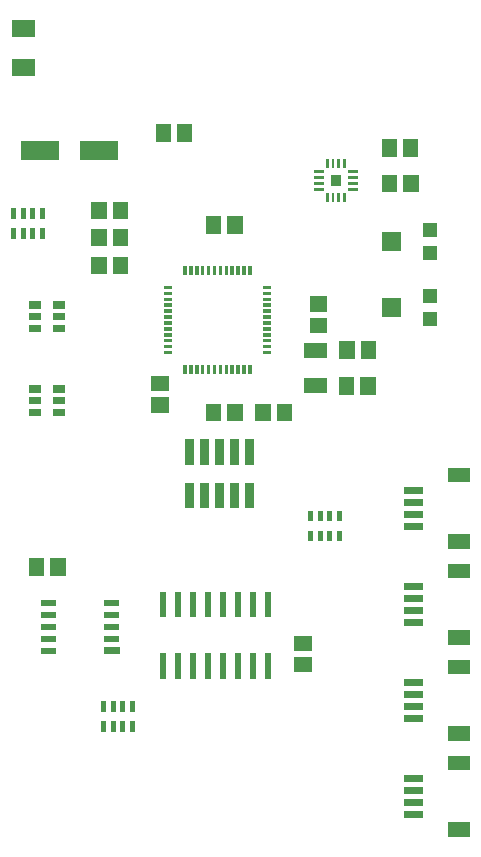
<source format=gbr>
G04 start of page 10 for group -4015 idx -4015 *
G04 Title: (unknown), toppaste *
G04 Creator: pcb 4.0.2 *
G04 CreationDate: Wed Jul  1 19:07:19 2020 UTC *
G04 For: ndholmes *
G04 Format: Gerber/RS-274X *
G04 PCB-Dimensions (mil): 2000.00 3200.00 *
G04 PCB-Coordinate-Origin: lower left *
%MOIN*%
%FSLAX25Y25*%
%LNTOPPASTE*%
%ADD59C,0.0001*%
G54D59*G36*
X122602Y244452D02*X117484D01*
Y238548D01*
X122602D01*
Y244452D01*
G37*
G36*
X115516D02*X110398D01*
Y238548D01*
X115516D01*
Y244452D01*
G37*
G36*
X122602Y181952D02*X117484D01*
Y176048D01*
X122602D01*
Y181952D01*
G37*
G36*
X115516D02*X110398D01*
Y176048D01*
X115516D01*
Y181952D01*
G37*
G36*
X48858Y269450D02*Y263150D01*
X61457D01*
Y269450D01*
X48858D01*
G37*
G36*
X68543D02*Y263150D01*
X81142D01*
Y269450D01*
X68543D01*
G37*
G36*
X144948Y217645D02*Y212527D01*
X150852D01*
Y217645D01*
X144948D01*
G37*
G36*
Y210559D02*Y205441D01*
X150852D01*
Y210559D01*
X144948D01*
G37*
G36*
X105802Y275152D02*X100684D01*
Y269248D01*
X105802D01*
Y275152D01*
G37*
G36*
X98716D02*X93598D01*
Y269248D01*
X98716D01*
Y275152D01*
G37*
G36*
X174159Y258252D02*X169041D01*
Y252348D01*
X174159D01*
Y258252D01*
G37*
G36*
X181245D02*X176127D01*
Y252348D01*
X181245D01*
Y258252D01*
G37*
G36*
X63602Y130452D02*X58484D01*
Y124548D01*
X63602D01*
Y130452D01*
G37*
G36*
X56516D02*X51398D01*
Y124548D01*
X56516D01*
Y130452D01*
G37*
G36*
X92048Y191102D02*Y185984D01*
X97952D01*
Y191102D01*
X92048D01*
G37*
G36*
Y184016D02*Y178898D01*
X97952D01*
Y184016D01*
X92048D01*
G37*
G36*
X97200Y98800D02*X95200D01*
Y90300D01*
X97200D01*
Y98800D01*
G37*
G36*
X102200D02*X100200D01*
Y90300D01*
X102200D01*
Y98800D01*
G37*
G36*
X107200D02*X105200D01*
Y90300D01*
X107200D01*
Y98800D01*
G37*
G36*
X112200D02*X110200D01*
Y90300D01*
X112200D01*
Y98800D01*
G37*
G36*
X117200D02*X115200D01*
Y90300D01*
X117200D01*
Y98800D01*
G37*
G36*
X122200D02*X120200D01*
Y90300D01*
X122200D01*
Y98800D01*
G37*
G36*
X127200D02*X125200D01*
Y90300D01*
X127200D01*
Y98800D01*
G37*
G36*
X132200D02*X130200D01*
Y90300D01*
X132200D01*
Y98800D01*
G37*
G36*
Y119300D02*X130200D01*
Y110800D01*
X132200D01*
Y119300D01*
G37*
G36*
X127200D02*X125200D01*
Y110800D01*
X127200D01*
Y119300D01*
G37*
G36*
X122200D02*X120200D01*
Y110800D01*
X122200D01*
Y119300D01*
G37*
G36*
X117200D02*X115200D01*
Y110800D01*
X117200D01*
Y119300D01*
G37*
G36*
X112200D02*X110200D01*
Y110800D01*
X112200D01*
Y119300D01*
G37*
G36*
X107200D02*X105200D01*
Y110800D01*
X107200D01*
Y119300D01*
G37*
G36*
X102200D02*X100200D01*
Y110800D01*
X102200D01*
Y119300D01*
G37*
G36*
X97200D02*X95200D01*
Y110800D01*
X97200D01*
Y119300D01*
G37*
G36*
X187400Y212450D02*X182700D01*
Y207749D01*
X187400D01*
Y212450D01*
G37*
G36*
Y220251D02*X182700D01*
Y215550D01*
X187400D01*
Y220251D01*
G37*
G36*
X175400Y217151D02*X169100D01*
Y210850D01*
X175400D01*
Y217151D01*
G37*
G36*
X77188Y76075D02*X75514D01*
Y72532D01*
X77188D01*
Y76075D01*
G37*
G36*
X80336D02*X78664D01*
Y72532D01*
X80336D01*
Y76075D01*
G37*
G36*
X83486D02*X81814D01*
Y72532D01*
X83486D01*
Y76075D01*
G37*
G36*
X86636D02*X84962D01*
Y72532D01*
X86636D01*
Y76075D01*
G37*
G36*
Y82771D02*X84962D01*
Y79228D01*
X86636D01*
Y82771D01*
G37*
G36*
X83486D02*X81814D01*
Y79228D01*
X83486D01*
Y82771D01*
G37*
G36*
X80336D02*X78664D01*
Y79228D01*
X80336D01*
Y82771D01*
G37*
G36*
X77188D02*X75514D01*
Y79228D01*
X77188D01*
Y82771D01*
G37*
G36*
X187400Y234450D02*X182700D01*
Y229749D01*
X187400D01*
Y234450D01*
G37*
G36*
Y242251D02*X182700D01*
Y237550D01*
X187400D01*
Y242251D01*
G37*
G36*
X175400Y239151D02*X169100D01*
Y232850D01*
X175400D01*
Y239151D01*
G37*
G36*
X59500Y208200D02*Y205800D01*
X63500D01*
Y208200D01*
X59500D01*
G37*
G36*
Y212100D02*Y209700D01*
X63500D01*
Y212100D01*
X59500D01*
G37*
G36*
Y216000D02*Y213600D01*
X63500D01*
Y216000D01*
X59500D01*
G37*
G36*
X51300D02*Y213600D01*
X55300D01*
Y216000D01*
X51300D01*
G37*
G36*
Y212100D02*Y209700D01*
X55300D01*
Y212100D01*
X51300D01*
G37*
G36*
Y208200D02*Y205800D01*
X55300D01*
Y208200D01*
X51300D01*
G37*
G36*
X155636Y146271D02*X153963D01*
Y142728D01*
X155636D01*
Y146271D01*
G37*
G36*
X152487D02*X150814D01*
Y142728D01*
X152487D01*
Y146271D01*
G37*
G36*
X149337D02*X147664D01*
Y142728D01*
X149337D01*
Y146271D01*
G37*
G36*
X146188D02*X144515D01*
Y142728D01*
X146188D01*
Y146271D01*
G37*
G36*
Y139575D02*X144515D01*
Y136032D01*
X146188D01*
Y139575D01*
G37*
G36*
X149337D02*X147664D01*
Y136032D01*
X149337D01*
Y139575D01*
G37*
G36*
X152487D02*X150814D01*
Y136032D01*
X152487D01*
Y139575D01*
G37*
G36*
X155636D02*X153963D01*
Y136032D01*
X155636D01*
Y139575D01*
G37*
G36*
X176449Y46275D02*Y43913D01*
X182551D01*
Y46275D01*
X176449D01*
G37*
G36*
Y50212D02*Y47850D01*
X182551D01*
Y50212D01*
X176449D01*
G37*
G36*
Y54150D02*Y51788D01*
X182551D01*
Y54150D01*
X176449D01*
G37*
G36*
Y58087D02*Y55725D01*
X182551D01*
Y58087D01*
X176449D01*
G37*
G36*
X191213Y42338D02*Y37614D01*
X198299D01*
Y42338D01*
X191213D01*
G37*
G36*
Y64386D02*Y59662D01*
X198299D01*
Y64386D01*
X191213D01*
G37*
G36*
X176449Y78275D02*Y75913D01*
X182551D01*
Y78275D01*
X176449D01*
G37*
G36*
Y82212D02*Y79850D01*
X182551D01*
Y82212D01*
X176449D01*
G37*
G36*
Y86150D02*Y83788D01*
X182551D01*
Y86150D01*
X176449D01*
G37*
G36*
Y90087D02*Y87725D01*
X182551D01*
Y90087D01*
X176449D01*
G37*
G36*
X191213Y74338D02*Y69614D01*
X198299D01*
Y74338D01*
X191213D01*
G37*
G36*
Y96386D02*Y91662D01*
X198299D01*
Y96386D01*
X191213D01*
G37*
G36*
X176449Y110275D02*Y107913D01*
X182551D01*
Y110275D01*
X176449D01*
G37*
G36*
Y114212D02*Y111850D01*
X182551D01*
Y114212D01*
X176449D01*
G37*
G36*
Y118150D02*Y115788D01*
X182551D01*
Y118150D01*
X176449D01*
G37*
G36*
Y122087D02*Y119725D01*
X182551D01*
Y122087D01*
X176449D01*
G37*
G36*
X191213Y106338D02*Y101614D01*
X198299D01*
Y106338D01*
X191213D01*
G37*
G36*
Y128386D02*Y123662D01*
X198299D01*
Y128386D01*
X191213D01*
G37*
G36*
X176449Y142275D02*Y139913D01*
X182551D01*
Y142275D01*
X176449D01*
G37*
G36*
Y146212D02*Y143850D01*
X182551D01*
Y146212D01*
X176449D01*
G37*
G36*
Y150150D02*Y147788D01*
X182551D01*
Y150150D01*
X176449D01*
G37*
G36*
Y154087D02*Y151725D01*
X182551D01*
Y154087D01*
X176449D01*
G37*
G36*
X191213Y138338D02*Y133614D01*
X198299D01*
Y138338D01*
X191213D01*
G37*
G36*
Y160386D02*Y155662D01*
X198299D01*
Y160386D01*
X191213D01*
G37*
G36*
X45750Y309750D02*Y304250D01*
X53250D01*
Y309750D01*
X45750D01*
G37*
G36*
Y296750D02*Y291250D01*
X53250D01*
Y296750D01*
X45750D01*
G37*
G36*
X76350Y100776D02*Y98476D01*
X81650D01*
Y100776D01*
X76350D01*
G37*
G36*
X76500Y104563D02*Y102563D01*
X81500D01*
Y104563D01*
X76500D01*
G37*
G36*
Y108500D02*Y106500D01*
X81500D01*
Y108500D01*
X76500D01*
G37*
G36*
Y112437D02*Y110437D01*
X81500D01*
Y112437D01*
X76500D01*
G37*
G36*
Y116374D02*Y114374D01*
X81500D01*
Y116374D01*
X76500D01*
G37*
G36*
X55500D02*Y114374D01*
X60500D01*
Y116374D01*
X55500D01*
G37*
G36*
Y112437D02*Y110437D01*
X60500D01*
Y112437D01*
X55500D01*
G37*
G36*
Y108500D02*Y106500D01*
X60500D01*
Y108500D01*
X55500D01*
G37*
G36*
Y104563D02*Y102563D01*
X60500D01*
Y104563D01*
X55500D01*
G37*
G36*
Y100626D02*Y98626D01*
X60500D01*
Y100626D01*
X55500D01*
G37*
G36*
X151239Y252166D02*X150255D01*
Y249115D01*
X151239D01*
Y252166D01*
G37*
G36*
X153208D02*X152224D01*
Y249115D01*
X153208D01*
Y252166D01*
G37*
G36*
X155176D02*X154192D01*
Y249115D01*
X155176D01*
Y252166D01*
G37*
G36*
X157145D02*X156161D01*
Y249115D01*
X157145D01*
Y252166D01*
G37*
G36*
X157834Y253839D02*Y252855D01*
X160885D01*
Y253839D01*
X157834D01*
G37*
G36*
Y255808D02*Y254824D01*
X160885D01*
Y255808D01*
X157834D01*
G37*
G36*
Y257776D02*Y256792D01*
X160885D01*
Y257776D01*
X157834D01*
G37*
G36*
Y259745D02*Y258761D01*
X160885D01*
Y259745D01*
X157834D01*
G37*
G36*
X157145Y263485D02*X156161D01*
Y260434D01*
X157145D01*
Y263485D01*
G37*
G36*
X155176D02*X154192D01*
Y260434D01*
X155176D01*
Y263485D01*
G37*
G36*
X153208D02*X152224D01*
Y260434D01*
X153208D01*
Y263485D01*
G37*
G36*
X151239D02*X150255D01*
Y260434D01*
X151239D01*
Y263485D01*
G37*
G36*
X146515Y259745D02*Y258761D01*
X149566D01*
Y259745D01*
X146515D01*
G37*
G36*
Y257776D02*Y256792D01*
X149566D01*
Y257776D01*
X146515D01*
G37*
G36*
Y255808D02*Y254824D01*
X149566D01*
Y255808D01*
X146515D01*
G37*
G36*
Y253839D02*Y252855D01*
X149566D01*
Y253839D01*
X146515D01*
G37*
G36*
X151928Y258072D02*Y254528D01*
X155472D01*
Y258072D01*
X151928D01*
G37*
G36*
X174116Y270052D02*X168998D01*
Y264148D01*
X174116D01*
Y270052D01*
G37*
G36*
X181202D02*X176084D01*
Y264148D01*
X181202D01*
Y270052D01*
G37*
G36*
X56660Y247176D02*X54988D01*
Y243634D01*
X56660D01*
Y247176D01*
G37*
G36*
X53512D02*X51838D01*
Y243634D01*
X53512D01*
Y247176D01*
G37*
G36*
X50362D02*X48688D01*
Y243634D01*
X50362D01*
Y247176D01*
G37*
G36*
X47212D02*X45540D01*
Y243634D01*
X47212D01*
Y247176D01*
G37*
G36*
Y240480D02*X45540D01*
Y236938D01*
X47212D01*
Y240480D01*
G37*
G36*
X50362D02*X48688D01*
Y236938D01*
X50362D01*
Y240480D01*
G37*
G36*
X53512D02*X51838D01*
Y236938D01*
X53512D01*
Y240480D01*
G37*
G36*
X56660D02*X54988D01*
Y236938D01*
X56660D01*
Y240480D01*
G37*
G36*
X77273Y249252D02*X72155D01*
Y243348D01*
X77273D01*
Y249252D01*
G37*
G36*
X84359D02*X79241D01*
Y243348D01*
X84359D01*
Y249252D01*
G37*
G36*
X77273Y240252D02*X72155D01*
Y234348D01*
X77273D01*
Y240252D01*
G37*
G36*
X84359D02*X79241D01*
Y234348D01*
X84359D01*
Y240252D01*
G37*
G36*
X77316Y230952D02*X72198D01*
Y225048D01*
X77316D01*
Y230952D01*
G37*
G36*
X84402D02*X79284D01*
Y225048D01*
X84402D01*
Y230952D01*
G37*
G36*
X129310Y199565D02*Y198384D01*
X132090D01*
Y199565D01*
X129310D01*
G37*
G36*
Y201532D02*Y200352D01*
X132090D01*
Y201532D01*
X129310D01*
G37*
G36*
Y203502D02*Y202320D01*
X132090D01*
Y203502D01*
X129310D01*
G37*
G36*
Y205470D02*Y204288D01*
X132090D01*
Y205470D01*
X129310D01*
G37*
G36*
Y207439D02*Y206257D01*
X132090D01*
Y207439D01*
X129310D01*
G37*
G36*
Y209406D02*Y208226D01*
X132090D01*
Y209406D01*
X129310D01*
G37*
G36*
Y211374D02*Y210194D01*
X132090D01*
Y211374D01*
X129310D01*
G37*
G36*
Y213343D02*Y212161D01*
X132090D01*
Y213343D01*
X129310D01*
G37*
G36*
Y215311D02*Y214130D01*
X132090D01*
Y215311D01*
X129310D01*
G37*
G36*
Y217280D02*Y216098D01*
X132090D01*
Y217280D01*
X129310D01*
G37*
G36*
Y219248D02*Y218068D01*
X132090D01*
Y219248D01*
X129310D01*
G37*
G36*
Y221216D02*Y220035D01*
X132090D01*
Y221216D01*
X129310D01*
G37*
G36*
X125616Y227691D02*X124435D01*
Y224909D01*
X125616D01*
Y227691D01*
G37*
G36*
X123648D02*X122468D01*
Y224909D01*
X123648D01*
Y227691D01*
G37*
G36*
X121680D02*X120498D01*
Y224909D01*
X121680D01*
Y227691D01*
G37*
G36*
X119712D02*X118530D01*
Y224909D01*
X119712D01*
Y227691D01*
G37*
G36*
X117742D02*X116562D01*
Y224909D01*
X117742D01*
Y227691D01*
G37*
G36*
X115774D02*X114594D01*
Y224909D01*
X115774D01*
Y227691D01*
G37*
G36*
X113806D02*X112626D01*
Y224909D01*
X113806D01*
Y227691D01*
G37*
G36*
X111838D02*X110658D01*
Y224909D01*
X111838D01*
Y227691D01*
G37*
G36*
X109870D02*X108688D01*
Y224909D01*
X109870D01*
Y227691D01*
G37*
G36*
X107902D02*X106720D01*
Y224909D01*
X107902D01*
Y227691D01*
G37*
G36*
X105932D02*X104752D01*
Y224909D01*
X105932D01*
Y227691D01*
G37*
G36*
X103965D02*X102784D01*
Y224909D01*
X103965D01*
Y227691D01*
G37*
G36*
X96310Y221216D02*Y220035D01*
X99090D01*
Y221216D01*
X96310D01*
G37*
G36*
Y219248D02*Y218068D01*
X99090D01*
Y219248D01*
X96310D01*
G37*
G36*
Y217280D02*Y216098D01*
X99090D01*
Y217280D01*
X96310D01*
G37*
G36*
Y215311D02*Y214130D01*
X99090D01*
Y215311D01*
X96310D01*
G37*
G36*
Y213343D02*Y212161D01*
X99090D01*
Y213343D01*
X96310D01*
G37*
G36*
Y211374D02*Y210194D01*
X99090D01*
Y211374D01*
X96310D01*
G37*
G36*
Y209406D02*Y208226D01*
X99090D01*
Y209406D01*
X96310D01*
G37*
G36*
Y207439D02*Y206257D01*
X99090D01*
Y207439D01*
X96310D01*
G37*
G36*
Y205470D02*Y204288D01*
X99090D01*
Y205470D01*
X96310D01*
G37*
G36*
Y203502D02*Y202320D01*
X99090D01*
Y203502D01*
X96310D01*
G37*
G36*
Y201532D02*Y200352D01*
X99090D01*
Y201532D01*
X96310D01*
G37*
G36*
Y199565D02*Y198384D01*
X99090D01*
Y199565D01*
X96310D01*
G37*
G36*
X103965Y194690D02*X102784D01*
Y191910D01*
X103965D01*
Y194690D01*
G37*
G36*
X105932D02*X104752D01*
Y191910D01*
X105932D01*
Y194690D01*
G37*
G36*
X107902D02*X106720D01*
Y191910D01*
X107902D01*
Y194690D01*
G37*
G36*
X109870D02*X108688D01*
Y191910D01*
X109870D01*
Y194690D01*
G37*
G36*
X111838D02*X110658D01*
Y191910D01*
X111838D01*
Y194690D01*
G37*
G36*
X113806D02*X112626D01*
Y191910D01*
X113806D01*
Y194690D01*
G37*
G36*
X115774D02*X114594D01*
Y191910D01*
X115774D01*
Y194690D01*
G37*
G36*
X117742D02*X116562D01*
Y191910D01*
X117742D01*
Y194690D01*
G37*
G36*
X119712D02*X118530D01*
Y191910D01*
X119712D01*
Y194690D01*
G37*
G36*
X121680D02*X120498D01*
Y191910D01*
X121680D01*
Y194690D01*
G37*
G36*
X123648D02*X122468D01*
Y191910D01*
X123648D01*
Y194690D01*
G37*
G36*
X125616D02*X124435D01*
Y191910D01*
X125616D01*
Y194690D01*
G37*
G36*
X167002Y202657D02*X161884D01*
Y196753D01*
X167002D01*
Y202657D01*
G37*
G36*
X159916D02*X154798D01*
Y196753D01*
X159916D01*
Y202657D01*
G37*
G36*
X166902Y190757D02*X161784D01*
Y184853D01*
X166902D01*
Y190757D01*
G37*
G36*
X159816D02*X154698D01*
Y184853D01*
X159816D01*
Y190757D01*
G37*
G36*
X143160Y202269D02*Y197151D01*
X150640D01*
Y202269D01*
X143160D01*
G37*
G36*
Y190459D02*Y185341D01*
X150640D01*
Y190459D01*
X143160D01*
G37*
G36*
X139848Y104545D02*Y99427D01*
X145752D01*
Y104545D01*
X139848D01*
G37*
G36*
Y97459D02*Y92341D01*
X145752D01*
Y97459D01*
X139848D01*
G37*
G36*
X59500Y180200D02*Y177800D01*
X63500D01*
Y180200D01*
X59500D01*
G37*
G36*
Y184100D02*Y181700D01*
X63500D01*
Y184100D01*
X59500D01*
G37*
G36*
Y188000D02*Y185600D01*
X63500D01*
Y188000D01*
X59500D01*
G37*
G36*
X51300D02*Y185600D01*
X55300D01*
Y188000D01*
X51300D01*
G37*
G36*
Y184100D02*Y181700D01*
X55300D01*
Y184100D01*
X51300D01*
G37*
G36*
Y180200D02*Y177800D01*
X55300D01*
Y180200D01*
X51300D01*
G37*
G36*
X131916Y181902D02*X126798D01*
Y175998D01*
X131916D01*
Y181902D01*
G37*
G36*
X139002D02*X133884D01*
Y175998D01*
X139002D01*
Y181902D01*
G37*
G36*
X106500Y155500D02*X103500D01*
Y147000D01*
X106500D01*
Y155500D01*
G37*
G36*
Y170000D02*X103500D01*
Y161500D01*
X106500D01*
Y170000D01*
G37*
G36*
X111500Y155500D02*X108500D01*
Y147000D01*
X111500D01*
Y155500D01*
G37*
G36*
Y170000D02*X108500D01*
Y161500D01*
X111500D01*
Y170000D01*
G37*
G36*
X116500Y155500D02*X113500D01*
Y147000D01*
X116500D01*
Y155500D01*
G37*
G36*
Y170000D02*X113500D01*
Y161500D01*
X116500D01*
Y170000D01*
G37*
G36*
X121500Y155500D02*X118500D01*
Y147000D01*
X121500D01*
Y155500D01*
G37*
G36*
Y170000D02*X118500D01*
Y161500D01*
X121500D01*
Y170000D01*
G37*
G36*
X126500Y155500D02*X123500D01*
Y147000D01*
X126500D01*
Y155500D01*
G37*
G36*
Y170000D02*X123500D01*
Y161500D01*
X126500D01*
Y170000D01*
G37*
M02*

</source>
